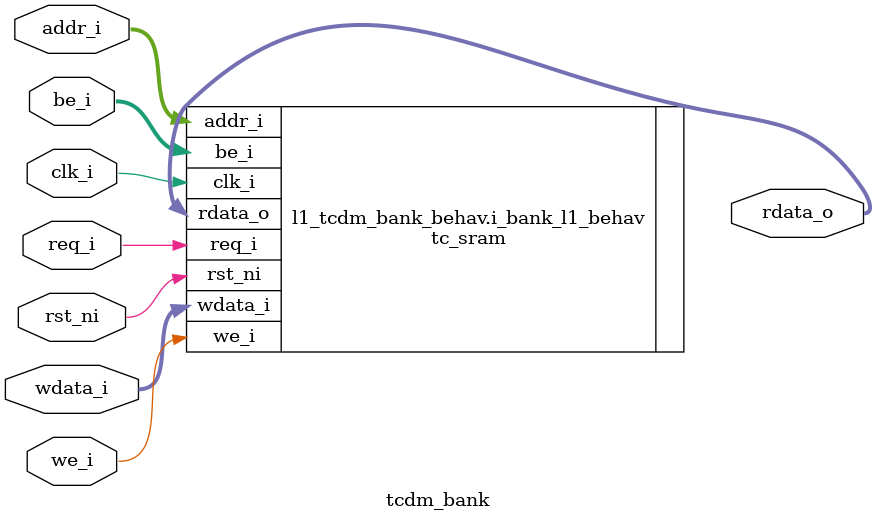
<source format=sv>


module tcdm_bank #(
    parameter int unsigned BehavMem  = 1,
    parameter int unsigned FPGAMem   = 0,
    parameter int unsigned NumWords  = 0,
    parameter int unsigned DataWidth = 0
) (
    input logic clk_i,
    input logic rst_ni,
    input logic req_i,
    input logic we_i,
    input logic [$clog2(NumWords)-1:0] addr_i,
    input logic [DataWidth-1:0] wdata_i,
    input logic [((DataWidth+8-1)/8)-1:0] be_i,
    output logic [DataWidth-1:0] rdata_o
);

  if (BehavMem || FPGAMem) begin : l1_tcdm_bank_behav
    tc_sram #(
        .NumWords (NumWords),
        .DataWidth(32),
        .NumPorts (1)
    ) i_bank_l1_behav (
        .clk_i,
        .rst_ni,
        .req_i(req_i),
        .we_i(we_i),
        .addr_i(addr_i),
        .wdata_i(wdata_i),
        .be_i(be_i),
        .rdata_o(rdata_o)
    );
  end else begin : l1_tcdm_bank_macro  // block: l1_tcdm_bank_behav
    l1_sram_macro_wrap #(
        .NumWords (NumWords),
        .DataWidth(32)
    ) i_bank_l1_macro (
        .clk_i,
        .rst_ni,
        .req_i,
        .we_i,
        .addr_i,
        .wdata_i,
        .be_i,
        .rdata_o
    );
  end  // block: l1_tcdm_bank_macro

endmodule

</source>
